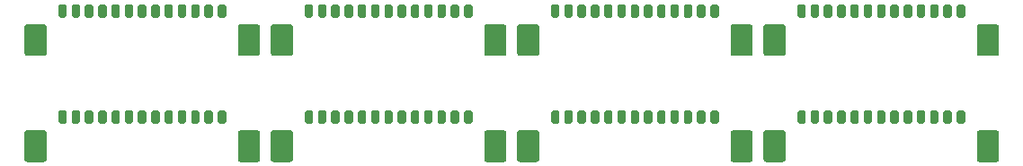
<source format=gbr>
%TF.GenerationSoftware,KiCad,Pcbnew,5.1.6-1.fc32*%
%TF.CreationDate,2020-07-10T21:29:07-03:00*%
%TF.ProjectId,pc104-adapter-bottom,70633130-342d-4616-9461-707465722d62,rev?*%
%TF.SameCoordinates,Original*%
%TF.FileFunction,Paste,Top*%
%TF.FilePolarity,Positive*%
%FSLAX46Y46*%
G04 Gerber Fmt 4.6, Leading zero omitted, Abs format (unit mm)*
G04 Created by KiCad (PCBNEW 5.1.6-1.fc32) date 2020-07-10 21:29:07*
%MOMM*%
%LPD*%
G01*
G04 APERTURE LIST*
G04 APERTURE END LIST*
%TO.C,J8*%
G36*
G01*
X180100000Y-98950000D02*
X180100000Y-96450000D01*
G75*
G02*
X180350000Y-96200000I250000J0D01*
G01*
X181950000Y-96200000D01*
G75*
G02*
X182200000Y-96450000I0J-250000D01*
G01*
X182200000Y-98950000D01*
G75*
G02*
X181950000Y-99200000I-250000J0D01*
G01*
X180350000Y-99200000D01*
G75*
G02*
X180100000Y-98950000I0J250000D01*
G01*
G37*
G36*
G01*
X160000000Y-98950000D02*
X160000000Y-96450000D01*
G75*
G02*
X160250000Y-96200000I250000J0D01*
G01*
X161850000Y-96200000D01*
G75*
G02*
X162100000Y-96450000I0J-250000D01*
G01*
X162100000Y-98950000D01*
G75*
G02*
X161850000Y-99200000I-250000J0D01*
G01*
X160250000Y-99200000D01*
G75*
G02*
X160000000Y-98950000I0J250000D01*
G01*
G37*
G36*
G01*
X178200000Y-95400000D02*
X178200000Y-94500000D01*
G75*
G02*
X178400000Y-94300000I200000J0D01*
G01*
X178800000Y-94300000D01*
G75*
G02*
X179000000Y-94500000I0J-200000D01*
G01*
X179000000Y-95400000D01*
G75*
G02*
X178800000Y-95600000I-200000J0D01*
G01*
X178400000Y-95600000D01*
G75*
G02*
X178200000Y-95400000I0J200000D01*
G01*
G37*
G36*
G01*
X176950000Y-95400000D02*
X176950000Y-94500000D01*
G75*
G02*
X177150000Y-94300000I200000J0D01*
G01*
X177550000Y-94300000D01*
G75*
G02*
X177750000Y-94500000I0J-200000D01*
G01*
X177750000Y-95400000D01*
G75*
G02*
X177550000Y-95600000I-200000J0D01*
G01*
X177150000Y-95600000D01*
G75*
G02*
X176950000Y-95400000I0J200000D01*
G01*
G37*
G36*
G01*
X175700000Y-95400000D02*
X175700000Y-94500000D01*
G75*
G02*
X175900000Y-94300000I200000J0D01*
G01*
X176300000Y-94300000D01*
G75*
G02*
X176500000Y-94500000I0J-200000D01*
G01*
X176500000Y-95400000D01*
G75*
G02*
X176300000Y-95600000I-200000J0D01*
G01*
X175900000Y-95600000D01*
G75*
G02*
X175700000Y-95400000I0J200000D01*
G01*
G37*
G36*
G01*
X174450000Y-95400000D02*
X174450000Y-94500000D01*
G75*
G02*
X174650000Y-94300000I200000J0D01*
G01*
X175050000Y-94300000D01*
G75*
G02*
X175250000Y-94500000I0J-200000D01*
G01*
X175250000Y-95400000D01*
G75*
G02*
X175050000Y-95600000I-200000J0D01*
G01*
X174650000Y-95600000D01*
G75*
G02*
X174450000Y-95400000I0J200000D01*
G01*
G37*
G36*
G01*
X173200000Y-95400000D02*
X173200000Y-94500000D01*
G75*
G02*
X173400000Y-94300000I200000J0D01*
G01*
X173800000Y-94300000D01*
G75*
G02*
X174000000Y-94500000I0J-200000D01*
G01*
X174000000Y-95400000D01*
G75*
G02*
X173800000Y-95600000I-200000J0D01*
G01*
X173400000Y-95600000D01*
G75*
G02*
X173200000Y-95400000I0J200000D01*
G01*
G37*
G36*
G01*
X171950000Y-95400000D02*
X171950000Y-94500000D01*
G75*
G02*
X172150000Y-94300000I200000J0D01*
G01*
X172550000Y-94300000D01*
G75*
G02*
X172750000Y-94500000I0J-200000D01*
G01*
X172750000Y-95400000D01*
G75*
G02*
X172550000Y-95600000I-200000J0D01*
G01*
X172150000Y-95600000D01*
G75*
G02*
X171950000Y-95400000I0J200000D01*
G01*
G37*
G36*
G01*
X170700000Y-95400000D02*
X170700000Y-94500000D01*
G75*
G02*
X170900000Y-94300000I200000J0D01*
G01*
X171300000Y-94300000D01*
G75*
G02*
X171500000Y-94500000I0J-200000D01*
G01*
X171500000Y-95400000D01*
G75*
G02*
X171300000Y-95600000I-200000J0D01*
G01*
X170900000Y-95600000D01*
G75*
G02*
X170700000Y-95400000I0J200000D01*
G01*
G37*
G36*
G01*
X169450000Y-95400000D02*
X169450000Y-94500000D01*
G75*
G02*
X169650000Y-94300000I200000J0D01*
G01*
X170050000Y-94300000D01*
G75*
G02*
X170250000Y-94500000I0J-200000D01*
G01*
X170250000Y-95400000D01*
G75*
G02*
X170050000Y-95600000I-200000J0D01*
G01*
X169650000Y-95600000D01*
G75*
G02*
X169450000Y-95400000I0J200000D01*
G01*
G37*
G36*
G01*
X168200000Y-95400000D02*
X168200000Y-94500000D01*
G75*
G02*
X168400000Y-94300000I200000J0D01*
G01*
X168800000Y-94300000D01*
G75*
G02*
X169000000Y-94500000I0J-200000D01*
G01*
X169000000Y-95400000D01*
G75*
G02*
X168800000Y-95600000I-200000J0D01*
G01*
X168400000Y-95600000D01*
G75*
G02*
X168200000Y-95400000I0J200000D01*
G01*
G37*
G36*
G01*
X166950000Y-95400000D02*
X166950000Y-94500000D01*
G75*
G02*
X167150000Y-94300000I200000J0D01*
G01*
X167550000Y-94300000D01*
G75*
G02*
X167750000Y-94500000I0J-200000D01*
G01*
X167750000Y-95400000D01*
G75*
G02*
X167550000Y-95600000I-200000J0D01*
G01*
X167150000Y-95600000D01*
G75*
G02*
X166950000Y-95400000I0J200000D01*
G01*
G37*
G36*
G01*
X165700000Y-95400000D02*
X165700000Y-94500000D01*
G75*
G02*
X165900000Y-94300000I200000J0D01*
G01*
X166300000Y-94300000D01*
G75*
G02*
X166500000Y-94500000I0J-200000D01*
G01*
X166500000Y-95400000D01*
G75*
G02*
X166300000Y-95600000I-200000J0D01*
G01*
X165900000Y-95600000D01*
G75*
G02*
X165700000Y-95400000I0J200000D01*
G01*
G37*
G36*
G01*
X164450000Y-95400000D02*
X164450000Y-94500000D01*
G75*
G02*
X164650000Y-94300000I200000J0D01*
G01*
X165050000Y-94300000D01*
G75*
G02*
X165250000Y-94500000I0J-200000D01*
G01*
X165250000Y-95400000D01*
G75*
G02*
X165050000Y-95600000I-200000J0D01*
G01*
X164650000Y-95600000D01*
G75*
G02*
X164450000Y-95400000I0J200000D01*
G01*
G37*
G36*
G01*
X163200000Y-95400000D02*
X163200000Y-94500000D01*
G75*
G02*
X163400000Y-94300000I200000J0D01*
G01*
X163800000Y-94300000D01*
G75*
G02*
X164000000Y-94500000I0J-200000D01*
G01*
X164000000Y-95400000D01*
G75*
G02*
X163800000Y-95600000I-200000J0D01*
G01*
X163400000Y-95600000D01*
G75*
G02*
X163200000Y-95400000I0J200000D01*
G01*
G37*
%TD*%
%TO.C,J7*%
G36*
G01*
X156900000Y-98950000D02*
X156900000Y-96450000D01*
G75*
G02*
X157150000Y-96200000I250000J0D01*
G01*
X158750000Y-96200000D01*
G75*
G02*
X159000000Y-96450000I0J-250000D01*
G01*
X159000000Y-98950000D01*
G75*
G02*
X158750000Y-99200000I-250000J0D01*
G01*
X157150000Y-99200000D01*
G75*
G02*
X156900000Y-98950000I0J250000D01*
G01*
G37*
G36*
G01*
X136800000Y-98950000D02*
X136800000Y-96450000D01*
G75*
G02*
X137050000Y-96200000I250000J0D01*
G01*
X138650000Y-96200000D01*
G75*
G02*
X138900000Y-96450000I0J-250000D01*
G01*
X138900000Y-98950000D01*
G75*
G02*
X138650000Y-99200000I-250000J0D01*
G01*
X137050000Y-99200000D01*
G75*
G02*
X136800000Y-98950000I0J250000D01*
G01*
G37*
G36*
G01*
X155000000Y-95400000D02*
X155000000Y-94500000D01*
G75*
G02*
X155200000Y-94300000I200000J0D01*
G01*
X155600000Y-94300000D01*
G75*
G02*
X155800000Y-94500000I0J-200000D01*
G01*
X155800000Y-95400000D01*
G75*
G02*
X155600000Y-95600000I-200000J0D01*
G01*
X155200000Y-95600000D01*
G75*
G02*
X155000000Y-95400000I0J200000D01*
G01*
G37*
G36*
G01*
X153750000Y-95400000D02*
X153750000Y-94500000D01*
G75*
G02*
X153950000Y-94300000I200000J0D01*
G01*
X154350000Y-94300000D01*
G75*
G02*
X154550000Y-94500000I0J-200000D01*
G01*
X154550000Y-95400000D01*
G75*
G02*
X154350000Y-95600000I-200000J0D01*
G01*
X153950000Y-95600000D01*
G75*
G02*
X153750000Y-95400000I0J200000D01*
G01*
G37*
G36*
G01*
X152500000Y-95400000D02*
X152500000Y-94500000D01*
G75*
G02*
X152700000Y-94300000I200000J0D01*
G01*
X153100000Y-94300000D01*
G75*
G02*
X153300000Y-94500000I0J-200000D01*
G01*
X153300000Y-95400000D01*
G75*
G02*
X153100000Y-95600000I-200000J0D01*
G01*
X152700000Y-95600000D01*
G75*
G02*
X152500000Y-95400000I0J200000D01*
G01*
G37*
G36*
G01*
X151250000Y-95400000D02*
X151250000Y-94500000D01*
G75*
G02*
X151450000Y-94300000I200000J0D01*
G01*
X151850000Y-94300000D01*
G75*
G02*
X152050000Y-94500000I0J-200000D01*
G01*
X152050000Y-95400000D01*
G75*
G02*
X151850000Y-95600000I-200000J0D01*
G01*
X151450000Y-95600000D01*
G75*
G02*
X151250000Y-95400000I0J200000D01*
G01*
G37*
G36*
G01*
X150000000Y-95400000D02*
X150000000Y-94500000D01*
G75*
G02*
X150200000Y-94300000I200000J0D01*
G01*
X150600000Y-94300000D01*
G75*
G02*
X150800000Y-94500000I0J-200000D01*
G01*
X150800000Y-95400000D01*
G75*
G02*
X150600000Y-95600000I-200000J0D01*
G01*
X150200000Y-95600000D01*
G75*
G02*
X150000000Y-95400000I0J200000D01*
G01*
G37*
G36*
G01*
X148750000Y-95400000D02*
X148750000Y-94500000D01*
G75*
G02*
X148950000Y-94300000I200000J0D01*
G01*
X149350000Y-94300000D01*
G75*
G02*
X149550000Y-94500000I0J-200000D01*
G01*
X149550000Y-95400000D01*
G75*
G02*
X149350000Y-95600000I-200000J0D01*
G01*
X148950000Y-95600000D01*
G75*
G02*
X148750000Y-95400000I0J200000D01*
G01*
G37*
G36*
G01*
X147500000Y-95400000D02*
X147500000Y-94500000D01*
G75*
G02*
X147700000Y-94300000I200000J0D01*
G01*
X148100000Y-94300000D01*
G75*
G02*
X148300000Y-94500000I0J-200000D01*
G01*
X148300000Y-95400000D01*
G75*
G02*
X148100000Y-95600000I-200000J0D01*
G01*
X147700000Y-95600000D01*
G75*
G02*
X147500000Y-95400000I0J200000D01*
G01*
G37*
G36*
G01*
X146250000Y-95400000D02*
X146250000Y-94500000D01*
G75*
G02*
X146450000Y-94300000I200000J0D01*
G01*
X146850000Y-94300000D01*
G75*
G02*
X147050000Y-94500000I0J-200000D01*
G01*
X147050000Y-95400000D01*
G75*
G02*
X146850000Y-95600000I-200000J0D01*
G01*
X146450000Y-95600000D01*
G75*
G02*
X146250000Y-95400000I0J200000D01*
G01*
G37*
G36*
G01*
X145000000Y-95400000D02*
X145000000Y-94500000D01*
G75*
G02*
X145200000Y-94300000I200000J0D01*
G01*
X145600000Y-94300000D01*
G75*
G02*
X145800000Y-94500000I0J-200000D01*
G01*
X145800000Y-95400000D01*
G75*
G02*
X145600000Y-95600000I-200000J0D01*
G01*
X145200000Y-95600000D01*
G75*
G02*
X145000000Y-95400000I0J200000D01*
G01*
G37*
G36*
G01*
X143750000Y-95400000D02*
X143750000Y-94500000D01*
G75*
G02*
X143950000Y-94300000I200000J0D01*
G01*
X144350000Y-94300000D01*
G75*
G02*
X144550000Y-94500000I0J-200000D01*
G01*
X144550000Y-95400000D01*
G75*
G02*
X144350000Y-95600000I-200000J0D01*
G01*
X143950000Y-95600000D01*
G75*
G02*
X143750000Y-95400000I0J200000D01*
G01*
G37*
G36*
G01*
X142500000Y-95400000D02*
X142500000Y-94500000D01*
G75*
G02*
X142700000Y-94300000I200000J0D01*
G01*
X143100000Y-94300000D01*
G75*
G02*
X143300000Y-94500000I0J-200000D01*
G01*
X143300000Y-95400000D01*
G75*
G02*
X143100000Y-95600000I-200000J0D01*
G01*
X142700000Y-95600000D01*
G75*
G02*
X142500000Y-95400000I0J200000D01*
G01*
G37*
G36*
G01*
X141250000Y-95400000D02*
X141250000Y-94500000D01*
G75*
G02*
X141450000Y-94300000I200000J0D01*
G01*
X141850000Y-94300000D01*
G75*
G02*
X142050000Y-94500000I0J-200000D01*
G01*
X142050000Y-95400000D01*
G75*
G02*
X141850000Y-95600000I-200000J0D01*
G01*
X141450000Y-95600000D01*
G75*
G02*
X141250000Y-95400000I0J200000D01*
G01*
G37*
G36*
G01*
X140000000Y-95400000D02*
X140000000Y-94500000D01*
G75*
G02*
X140200000Y-94300000I200000J0D01*
G01*
X140600000Y-94300000D01*
G75*
G02*
X140800000Y-94500000I0J-200000D01*
G01*
X140800000Y-95400000D01*
G75*
G02*
X140600000Y-95600000I-200000J0D01*
G01*
X140200000Y-95600000D01*
G75*
G02*
X140000000Y-95400000I0J200000D01*
G01*
G37*
%TD*%
%TO.C,J6*%
G36*
G01*
X133700000Y-98950000D02*
X133700000Y-96450000D01*
G75*
G02*
X133950000Y-96200000I250000J0D01*
G01*
X135550000Y-96200000D01*
G75*
G02*
X135800000Y-96450000I0J-250000D01*
G01*
X135800000Y-98950000D01*
G75*
G02*
X135550000Y-99200000I-250000J0D01*
G01*
X133950000Y-99200000D01*
G75*
G02*
X133700000Y-98950000I0J250000D01*
G01*
G37*
G36*
G01*
X113600000Y-98950000D02*
X113600000Y-96450000D01*
G75*
G02*
X113850000Y-96200000I250000J0D01*
G01*
X115450000Y-96200000D01*
G75*
G02*
X115700000Y-96450000I0J-250000D01*
G01*
X115700000Y-98950000D01*
G75*
G02*
X115450000Y-99200000I-250000J0D01*
G01*
X113850000Y-99200000D01*
G75*
G02*
X113600000Y-98950000I0J250000D01*
G01*
G37*
G36*
G01*
X131800000Y-95400000D02*
X131800000Y-94500000D01*
G75*
G02*
X132000000Y-94300000I200000J0D01*
G01*
X132400000Y-94300000D01*
G75*
G02*
X132600000Y-94500000I0J-200000D01*
G01*
X132600000Y-95400000D01*
G75*
G02*
X132400000Y-95600000I-200000J0D01*
G01*
X132000000Y-95600000D01*
G75*
G02*
X131800000Y-95400000I0J200000D01*
G01*
G37*
G36*
G01*
X130550000Y-95400000D02*
X130550000Y-94500000D01*
G75*
G02*
X130750000Y-94300000I200000J0D01*
G01*
X131150000Y-94300000D01*
G75*
G02*
X131350000Y-94500000I0J-200000D01*
G01*
X131350000Y-95400000D01*
G75*
G02*
X131150000Y-95600000I-200000J0D01*
G01*
X130750000Y-95600000D01*
G75*
G02*
X130550000Y-95400000I0J200000D01*
G01*
G37*
G36*
G01*
X129300000Y-95400000D02*
X129300000Y-94500000D01*
G75*
G02*
X129500000Y-94300000I200000J0D01*
G01*
X129900000Y-94300000D01*
G75*
G02*
X130100000Y-94500000I0J-200000D01*
G01*
X130100000Y-95400000D01*
G75*
G02*
X129900000Y-95600000I-200000J0D01*
G01*
X129500000Y-95600000D01*
G75*
G02*
X129300000Y-95400000I0J200000D01*
G01*
G37*
G36*
G01*
X128050000Y-95400000D02*
X128050000Y-94500000D01*
G75*
G02*
X128250000Y-94300000I200000J0D01*
G01*
X128650000Y-94300000D01*
G75*
G02*
X128850000Y-94500000I0J-200000D01*
G01*
X128850000Y-95400000D01*
G75*
G02*
X128650000Y-95600000I-200000J0D01*
G01*
X128250000Y-95600000D01*
G75*
G02*
X128050000Y-95400000I0J200000D01*
G01*
G37*
G36*
G01*
X126800000Y-95400000D02*
X126800000Y-94500000D01*
G75*
G02*
X127000000Y-94300000I200000J0D01*
G01*
X127400000Y-94300000D01*
G75*
G02*
X127600000Y-94500000I0J-200000D01*
G01*
X127600000Y-95400000D01*
G75*
G02*
X127400000Y-95600000I-200000J0D01*
G01*
X127000000Y-95600000D01*
G75*
G02*
X126800000Y-95400000I0J200000D01*
G01*
G37*
G36*
G01*
X125550000Y-95400000D02*
X125550000Y-94500000D01*
G75*
G02*
X125750000Y-94300000I200000J0D01*
G01*
X126150000Y-94300000D01*
G75*
G02*
X126350000Y-94500000I0J-200000D01*
G01*
X126350000Y-95400000D01*
G75*
G02*
X126150000Y-95600000I-200000J0D01*
G01*
X125750000Y-95600000D01*
G75*
G02*
X125550000Y-95400000I0J200000D01*
G01*
G37*
G36*
G01*
X124300000Y-95400000D02*
X124300000Y-94500000D01*
G75*
G02*
X124500000Y-94300000I200000J0D01*
G01*
X124900000Y-94300000D01*
G75*
G02*
X125100000Y-94500000I0J-200000D01*
G01*
X125100000Y-95400000D01*
G75*
G02*
X124900000Y-95600000I-200000J0D01*
G01*
X124500000Y-95600000D01*
G75*
G02*
X124300000Y-95400000I0J200000D01*
G01*
G37*
G36*
G01*
X123050000Y-95400000D02*
X123050000Y-94500000D01*
G75*
G02*
X123250000Y-94300000I200000J0D01*
G01*
X123650000Y-94300000D01*
G75*
G02*
X123850000Y-94500000I0J-200000D01*
G01*
X123850000Y-95400000D01*
G75*
G02*
X123650000Y-95600000I-200000J0D01*
G01*
X123250000Y-95600000D01*
G75*
G02*
X123050000Y-95400000I0J200000D01*
G01*
G37*
G36*
G01*
X121800000Y-95400000D02*
X121800000Y-94500000D01*
G75*
G02*
X122000000Y-94300000I200000J0D01*
G01*
X122400000Y-94300000D01*
G75*
G02*
X122600000Y-94500000I0J-200000D01*
G01*
X122600000Y-95400000D01*
G75*
G02*
X122400000Y-95600000I-200000J0D01*
G01*
X122000000Y-95600000D01*
G75*
G02*
X121800000Y-95400000I0J200000D01*
G01*
G37*
G36*
G01*
X120550000Y-95400000D02*
X120550000Y-94500000D01*
G75*
G02*
X120750000Y-94300000I200000J0D01*
G01*
X121150000Y-94300000D01*
G75*
G02*
X121350000Y-94500000I0J-200000D01*
G01*
X121350000Y-95400000D01*
G75*
G02*
X121150000Y-95600000I-200000J0D01*
G01*
X120750000Y-95600000D01*
G75*
G02*
X120550000Y-95400000I0J200000D01*
G01*
G37*
G36*
G01*
X119300000Y-95400000D02*
X119300000Y-94500000D01*
G75*
G02*
X119500000Y-94300000I200000J0D01*
G01*
X119900000Y-94300000D01*
G75*
G02*
X120100000Y-94500000I0J-200000D01*
G01*
X120100000Y-95400000D01*
G75*
G02*
X119900000Y-95600000I-200000J0D01*
G01*
X119500000Y-95600000D01*
G75*
G02*
X119300000Y-95400000I0J200000D01*
G01*
G37*
G36*
G01*
X118050000Y-95400000D02*
X118050000Y-94500000D01*
G75*
G02*
X118250000Y-94300000I200000J0D01*
G01*
X118650000Y-94300000D01*
G75*
G02*
X118850000Y-94500000I0J-200000D01*
G01*
X118850000Y-95400000D01*
G75*
G02*
X118650000Y-95600000I-200000J0D01*
G01*
X118250000Y-95600000D01*
G75*
G02*
X118050000Y-95400000I0J200000D01*
G01*
G37*
G36*
G01*
X116800000Y-95400000D02*
X116800000Y-94500000D01*
G75*
G02*
X117000000Y-94300000I200000J0D01*
G01*
X117400000Y-94300000D01*
G75*
G02*
X117600000Y-94500000I0J-200000D01*
G01*
X117600000Y-95400000D01*
G75*
G02*
X117400000Y-95600000I-200000J0D01*
G01*
X117000000Y-95600000D01*
G75*
G02*
X116800000Y-95400000I0J200000D01*
G01*
G37*
%TD*%
%TO.C,J5*%
G36*
G01*
X110500000Y-98950000D02*
X110500000Y-96450000D01*
G75*
G02*
X110750000Y-96200000I250000J0D01*
G01*
X112350000Y-96200000D01*
G75*
G02*
X112600000Y-96450000I0J-250000D01*
G01*
X112600000Y-98950000D01*
G75*
G02*
X112350000Y-99200000I-250000J0D01*
G01*
X110750000Y-99200000D01*
G75*
G02*
X110500000Y-98950000I0J250000D01*
G01*
G37*
G36*
G01*
X90400000Y-98950000D02*
X90400000Y-96450000D01*
G75*
G02*
X90650000Y-96200000I250000J0D01*
G01*
X92250000Y-96200000D01*
G75*
G02*
X92500000Y-96450000I0J-250000D01*
G01*
X92500000Y-98950000D01*
G75*
G02*
X92250000Y-99200000I-250000J0D01*
G01*
X90650000Y-99200000D01*
G75*
G02*
X90400000Y-98950000I0J250000D01*
G01*
G37*
G36*
G01*
X108600000Y-95400000D02*
X108600000Y-94500000D01*
G75*
G02*
X108800000Y-94300000I200000J0D01*
G01*
X109200000Y-94300000D01*
G75*
G02*
X109400000Y-94500000I0J-200000D01*
G01*
X109400000Y-95400000D01*
G75*
G02*
X109200000Y-95600000I-200000J0D01*
G01*
X108800000Y-95600000D01*
G75*
G02*
X108600000Y-95400000I0J200000D01*
G01*
G37*
G36*
G01*
X107350000Y-95400000D02*
X107350000Y-94500000D01*
G75*
G02*
X107550000Y-94300000I200000J0D01*
G01*
X107950000Y-94300000D01*
G75*
G02*
X108150000Y-94500000I0J-200000D01*
G01*
X108150000Y-95400000D01*
G75*
G02*
X107950000Y-95600000I-200000J0D01*
G01*
X107550000Y-95600000D01*
G75*
G02*
X107350000Y-95400000I0J200000D01*
G01*
G37*
G36*
G01*
X106100000Y-95400000D02*
X106100000Y-94500000D01*
G75*
G02*
X106300000Y-94300000I200000J0D01*
G01*
X106700000Y-94300000D01*
G75*
G02*
X106900000Y-94500000I0J-200000D01*
G01*
X106900000Y-95400000D01*
G75*
G02*
X106700000Y-95600000I-200000J0D01*
G01*
X106300000Y-95600000D01*
G75*
G02*
X106100000Y-95400000I0J200000D01*
G01*
G37*
G36*
G01*
X104850000Y-95400000D02*
X104850000Y-94500000D01*
G75*
G02*
X105050000Y-94300000I200000J0D01*
G01*
X105450000Y-94300000D01*
G75*
G02*
X105650000Y-94500000I0J-200000D01*
G01*
X105650000Y-95400000D01*
G75*
G02*
X105450000Y-95600000I-200000J0D01*
G01*
X105050000Y-95600000D01*
G75*
G02*
X104850000Y-95400000I0J200000D01*
G01*
G37*
G36*
G01*
X103600000Y-95400000D02*
X103600000Y-94500000D01*
G75*
G02*
X103800000Y-94300000I200000J0D01*
G01*
X104200000Y-94300000D01*
G75*
G02*
X104400000Y-94500000I0J-200000D01*
G01*
X104400000Y-95400000D01*
G75*
G02*
X104200000Y-95600000I-200000J0D01*
G01*
X103800000Y-95600000D01*
G75*
G02*
X103600000Y-95400000I0J200000D01*
G01*
G37*
G36*
G01*
X102350000Y-95400000D02*
X102350000Y-94500000D01*
G75*
G02*
X102550000Y-94300000I200000J0D01*
G01*
X102950000Y-94300000D01*
G75*
G02*
X103150000Y-94500000I0J-200000D01*
G01*
X103150000Y-95400000D01*
G75*
G02*
X102950000Y-95600000I-200000J0D01*
G01*
X102550000Y-95600000D01*
G75*
G02*
X102350000Y-95400000I0J200000D01*
G01*
G37*
G36*
G01*
X101100000Y-95400000D02*
X101100000Y-94500000D01*
G75*
G02*
X101300000Y-94300000I200000J0D01*
G01*
X101700000Y-94300000D01*
G75*
G02*
X101900000Y-94500000I0J-200000D01*
G01*
X101900000Y-95400000D01*
G75*
G02*
X101700000Y-95600000I-200000J0D01*
G01*
X101300000Y-95600000D01*
G75*
G02*
X101100000Y-95400000I0J200000D01*
G01*
G37*
G36*
G01*
X99850000Y-95400000D02*
X99850000Y-94500000D01*
G75*
G02*
X100050000Y-94300000I200000J0D01*
G01*
X100450000Y-94300000D01*
G75*
G02*
X100650000Y-94500000I0J-200000D01*
G01*
X100650000Y-95400000D01*
G75*
G02*
X100450000Y-95600000I-200000J0D01*
G01*
X100050000Y-95600000D01*
G75*
G02*
X99850000Y-95400000I0J200000D01*
G01*
G37*
G36*
G01*
X98600000Y-95400000D02*
X98600000Y-94500000D01*
G75*
G02*
X98800000Y-94300000I200000J0D01*
G01*
X99200000Y-94300000D01*
G75*
G02*
X99400000Y-94500000I0J-200000D01*
G01*
X99400000Y-95400000D01*
G75*
G02*
X99200000Y-95600000I-200000J0D01*
G01*
X98800000Y-95600000D01*
G75*
G02*
X98600000Y-95400000I0J200000D01*
G01*
G37*
G36*
G01*
X97350000Y-95400000D02*
X97350000Y-94500000D01*
G75*
G02*
X97550000Y-94300000I200000J0D01*
G01*
X97950000Y-94300000D01*
G75*
G02*
X98150000Y-94500000I0J-200000D01*
G01*
X98150000Y-95400000D01*
G75*
G02*
X97950000Y-95600000I-200000J0D01*
G01*
X97550000Y-95600000D01*
G75*
G02*
X97350000Y-95400000I0J200000D01*
G01*
G37*
G36*
G01*
X96100000Y-95400000D02*
X96100000Y-94500000D01*
G75*
G02*
X96300000Y-94300000I200000J0D01*
G01*
X96700000Y-94300000D01*
G75*
G02*
X96900000Y-94500000I0J-200000D01*
G01*
X96900000Y-95400000D01*
G75*
G02*
X96700000Y-95600000I-200000J0D01*
G01*
X96300000Y-95600000D01*
G75*
G02*
X96100000Y-95400000I0J200000D01*
G01*
G37*
G36*
G01*
X94850000Y-95400000D02*
X94850000Y-94500000D01*
G75*
G02*
X95050000Y-94300000I200000J0D01*
G01*
X95450000Y-94300000D01*
G75*
G02*
X95650000Y-94500000I0J-200000D01*
G01*
X95650000Y-95400000D01*
G75*
G02*
X95450000Y-95600000I-200000J0D01*
G01*
X95050000Y-95600000D01*
G75*
G02*
X94850000Y-95400000I0J200000D01*
G01*
G37*
G36*
G01*
X93600000Y-95400000D02*
X93600000Y-94500000D01*
G75*
G02*
X93800000Y-94300000I200000J0D01*
G01*
X94200000Y-94300000D01*
G75*
G02*
X94400000Y-94500000I0J-200000D01*
G01*
X94400000Y-95400000D01*
G75*
G02*
X94200000Y-95600000I-200000J0D01*
G01*
X93800000Y-95600000D01*
G75*
G02*
X93600000Y-95400000I0J200000D01*
G01*
G37*
%TD*%
%TO.C,J4*%
G36*
G01*
X180100000Y-108950000D02*
X180100000Y-106450000D01*
G75*
G02*
X180350000Y-106200000I250000J0D01*
G01*
X181950000Y-106200000D01*
G75*
G02*
X182200000Y-106450000I0J-250000D01*
G01*
X182200000Y-108950000D01*
G75*
G02*
X181950000Y-109200000I-250000J0D01*
G01*
X180350000Y-109200000D01*
G75*
G02*
X180100000Y-108950000I0J250000D01*
G01*
G37*
G36*
G01*
X160000000Y-108950000D02*
X160000000Y-106450000D01*
G75*
G02*
X160250000Y-106200000I250000J0D01*
G01*
X161850000Y-106200000D01*
G75*
G02*
X162100000Y-106450000I0J-250000D01*
G01*
X162100000Y-108950000D01*
G75*
G02*
X161850000Y-109200000I-250000J0D01*
G01*
X160250000Y-109200000D01*
G75*
G02*
X160000000Y-108950000I0J250000D01*
G01*
G37*
G36*
G01*
X178200000Y-105400000D02*
X178200000Y-104500000D01*
G75*
G02*
X178400000Y-104300000I200000J0D01*
G01*
X178800000Y-104300000D01*
G75*
G02*
X179000000Y-104500000I0J-200000D01*
G01*
X179000000Y-105400000D01*
G75*
G02*
X178800000Y-105600000I-200000J0D01*
G01*
X178400000Y-105600000D01*
G75*
G02*
X178200000Y-105400000I0J200000D01*
G01*
G37*
G36*
G01*
X176950000Y-105400000D02*
X176950000Y-104500000D01*
G75*
G02*
X177150000Y-104300000I200000J0D01*
G01*
X177550000Y-104300000D01*
G75*
G02*
X177750000Y-104500000I0J-200000D01*
G01*
X177750000Y-105400000D01*
G75*
G02*
X177550000Y-105600000I-200000J0D01*
G01*
X177150000Y-105600000D01*
G75*
G02*
X176950000Y-105400000I0J200000D01*
G01*
G37*
G36*
G01*
X175700000Y-105400000D02*
X175700000Y-104500000D01*
G75*
G02*
X175900000Y-104300000I200000J0D01*
G01*
X176300000Y-104300000D01*
G75*
G02*
X176500000Y-104500000I0J-200000D01*
G01*
X176500000Y-105400000D01*
G75*
G02*
X176300000Y-105600000I-200000J0D01*
G01*
X175900000Y-105600000D01*
G75*
G02*
X175700000Y-105400000I0J200000D01*
G01*
G37*
G36*
G01*
X174450000Y-105400000D02*
X174450000Y-104500000D01*
G75*
G02*
X174650000Y-104300000I200000J0D01*
G01*
X175050000Y-104300000D01*
G75*
G02*
X175250000Y-104500000I0J-200000D01*
G01*
X175250000Y-105400000D01*
G75*
G02*
X175050000Y-105600000I-200000J0D01*
G01*
X174650000Y-105600000D01*
G75*
G02*
X174450000Y-105400000I0J200000D01*
G01*
G37*
G36*
G01*
X173200000Y-105400000D02*
X173200000Y-104500000D01*
G75*
G02*
X173400000Y-104300000I200000J0D01*
G01*
X173800000Y-104300000D01*
G75*
G02*
X174000000Y-104500000I0J-200000D01*
G01*
X174000000Y-105400000D01*
G75*
G02*
X173800000Y-105600000I-200000J0D01*
G01*
X173400000Y-105600000D01*
G75*
G02*
X173200000Y-105400000I0J200000D01*
G01*
G37*
G36*
G01*
X171950000Y-105400000D02*
X171950000Y-104500000D01*
G75*
G02*
X172150000Y-104300000I200000J0D01*
G01*
X172550000Y-104300000D01*
G75*
G02*
X172750000Y-104500000I0J-200000D01*
G01*
X172750000Y-105400000D01*
G75*
G02*
X172550000Y-105600000I-200000J0D01*
G01*
X172150000Y-105600000D01*
G75*
G02*
X171950000Y-105400000I0J200000D01*
G01*
G37*
G36*
G01*
X170700000Y-105400000D02*
X170700000Y-104500000D01*
G75*
G02*
X170900000Y-104300000I200000J0D01*
G01*
X171300000Y-104300000D01*
G75*
G02*
X171500000Y-104500000I0J-200000D01*
G01*
X171500000Y-105400000D01*
G75*
G02*
X171300000Y-105600000I-200000J0D01*
G01*
X170900000Y-105600000D01*
G75*
G02*
X170700000Y-105400000I0J200000D01*
G01*
G37*
G36*
G01*
X169450000Y-105400000D02*
X169450000Y-104500000D01*
G75*
G02*
X169650000Y-104300000I200000J0D01*
G01*
X170050000Y-104300000D01*
G75*
G02*
X170250000Y-104500000I0J-200000D01*
G01*
X170250000Y-105400000D01*
G75*
G02*
X170050000Y-105600000I-200000J0D01*
G01*
X169650000Y-105600000D01*
G75*
G02*
X169450000Y-105400000I0J200000D01*
G01*
G37*
G36*
G01*
X168200000Y-105400000D02*
X168200000Y-104500000D01*
G75*
G02*
X168400000Y-104300000I200000J0D01*
G01*
X168800000Y-104300000D01*
G75*
G02*
X169000000Y-104500000I0J-200000D01*
G01*
X169000000Y-105400000D01*
G75*
G02*
X168800000Y-105600000I-200000J0D01*
G01*
X168400000Y-105600000D01*
G75*
G02*
X168200000Y-105400000I0J200000D01*
G01*
G37*
G36*
G01*
X166950000Y-105400000D02*
X166950000Y-104500000D01*
G75*
G02*
X167150000Y-104300000I200000J0D01*
G01*
X167550000Y-104300000D01*
G75*
G02*
X167750000Y-104500000I0J-200000D01*
G01*
X167750000Y-105400000D01*
G75*
G02*
X167550000Y-105600000I-200000J0D01*
G01*
X167150000Y-105600000D01*
G75*
G02*
X166950000Y-105400000I0J200000D01*
G01*
G37*
G36*
G01*
X165700000Y-105400000D02*
X165700000Y-104500000D01*
G75*
G02*
X165900000Y-104300000I200000J0D01*
G01*
X166300000Y-104300000D01*
G75*
G02*
X166500000Y-104500000I0J-200000D01*
G01*
X166500000Y-105400000D01*
G75*
G02*
X166300000Y-105600000I-200000J0D01*
G01*
X165900000Y-105600000D01*
G75*
G02*
X165700000Y-105400000I0J200000D01*
G01*
G37*
G36*
G01*
X164450000Y-105400000D02*
X164450000Y-104500000D01*
G75*
G02*
X164650000Y-104300000I200000J0D01*
G01*
X165050000Y-104300000D01*
G75*
G02*
X165250000Y-104500000I0J-200000D01*
G01*
X165250000Y-105400000D01*
G75*
G02*
X165050000Y-105600000I-200000J0D01*
G01*
X164650000Y-105600000D01*
G75*
G02*
X164450000Y-105400000I0J200000D01*
G01*
G37*
G36*
G01*
X163200000Y-105400000D02*
X163200000Y-104500000D01*
G75*
G02*
X163400000Y-104300000I200000J0D01*
G01*
X163800000Y-104300000D01*
G75*
G02*
X164000000Y-104500000I0J-200000D01*
G01*
X164000000Y-105400000D01*
G75*
G02*
X163800000Y-105600000I-200000J0D01*
G01*
X163400000Y-105600000D01*
G75*
G02*
X163200000Y-105400000I0J200000D01*
G01*
G37*
%TD*%
%TO.C,J3*%
G36*
G01*
X156900000Y-108950000D02*
X156900000Y-106450000D01*
G75*
G02*
X157150000Y-106200000I250000J0D01*
G01*
X158750000Y-106200000D01*
G75*
G02*
X159000000Y-106450000I0J-250000D01*
G01*
X159000000Y-108950000D01*
G75*
G02*
X158750000Y-109200000I-250000J0D01*
G01*
X157150000Y-109200000D01*
G75*
G02*
X156900000Y-108950000I0J250000D01*
G01*
G37*
G36*
G01*
X136800000Y-108950000D02*
X136800000Y-106450000D01*
G75*
G02*
X137050000Y-106200000I250000J0D01*
G01*
X138650000Y-106200000D01*
G75*
G02*
X138900000Y-106450000I0J-250000D01*
G01*
X138900000Y-108950000D01*
G75*
G02*
X138650000Y-109200000I-250000J0D01*
G01*
X137050000Y-109200000D01*
G75*
G02*
X136800000Y-108950000I0J250000D01*
G01*
G37*
G36*
G01*
X155000000Y-105400000D02*
X155000000Y-104500000D01*
G75*
G02*
X155200000Y-104300000I200000J0D01*
G01*
X155600000Y-104300000D01*
G75*
G02*
X155800000Y-104500000I0J-200000D01*
G01*
X155800000Y-105400000D01*
G75*
G02*
X155600000Y-105600000I-200000J0D01*
G01*
X155200000Y-105600000D01*
G75*
G02*
X155000000Y-105400000I0J200000D01*
G01*
G37*
G36*
G01*
X153750000Y-105400000D02*
X153750000Y-104500000D01*
G75*
G02*
X153950000Y-104300000I200000J0D01*
G01*
X154350000Y-104300000D01*
G75*
G02*
X154550000Y-104500000I0J-200000D01*
G01*
X154550000Y-105400000D01*
G75*
G02*
X154350000Y-105600000I-200000J0D01*
G01*
X153950000Y-105600000D01*
G75*
G02*
X153750000Y-105400000I0J200000D01*
G01*
G37*
G36*
G01*
X152500000Y-105400000D02*
X152500000Y-104500000D01*
G75*
G02*
X152700000Y-104300000I200000J0D01*
G01*
X153100000Y-104300000D01*
G75*
G02*
X153300000Y-104500000I0J-200000D01*
G01*
X153300000Y-105400000D01*
G75*
G02*
X153100000Y-105600000I-200000J0D01*
G01*
X152700000Y-105600000D01*
G75*
G02*
X152500000Y-105400000I0J200000D01*
G01*
G37*
G36*
G01*
X151250000Y-105400000D02*
X151250000Y-104500000D01*
G75*
G02*
X151450000Y-104300000I200000J0D01*
G01*
X151850000Y-104300000D01*
G75*
G02*
X152050000Y-104500000I0J-200000D01*
G01*
X152050000Y-105400000D01*
G75*
G02*
X151850000Y-105600000I-200000J0D01*
G01*
X151450000Y-105600000D01*
G75*
G02*
X151250000Y-105400000I0J200000D01*
G01*
G37*
G36*
G01*
X150000000Y-105400000D02*
X150000000Y-104500000D01*
G75*
G02*
X150200000Y-104300000I200000J0D01*
G01*
X150600000Y-104300000D01*
G75*
G02*
X150800000Y-104500000I0J-200000D01*
G01*
X150800000Y-105400000D01*
G75*
G02*
X150600000Y-105600000I-200000J0D01*
G01*
X150200000Y-105600000D01*
G75*
G02*
X150000000Y-105400000I0J200000D01*
G01*
G37*
G36*
G01*
X148750000Y-105400000D02*
X148750000Y-104500000D01*
G75*
G02*
X148950000Y-104300000I200000J0D01*
G01*
X149350000Y-104300000D01*
G75*
G02*
X149550000Y-104500000I0J-200000D01*
G01*
X149550000Y-105400000D01*
G75*
G02*
X149350000Y-105600000I-200000J0D01*
G01*
X148950000Y-105600000D01*
G75*
G02*
X148750000Y-105400000I0J200000D01*
G01*
G37*
G36*
G01*
X147500000Y-105400000D02*
X147500000Y-104500000D01*
G75*
G02*
X147700000Y-104300000I200000J0D01*
G01*
X148100000Y-104300000D01*
G75*
G02*
X148300000Y-104500000I0J-200000D01*
G01*
X148300000Y-105400000D01*
G75*
G02*
X148100000Y-105600000I-200000J0D01*
G01*
X147700000Y-105600000D01*
G75*
G02*
X147500000Y-105400000I0J200000D01*
G01*
G37*
G36*
G01*
X146250000Y-105400000D02*
X146250000Y-104500000D01*
G75*
G02*
X146450000Y-104300000I200000J0D01*
G01*
X146850000Y-104300000D01*
G75*
G02*
X147050000Y-104500000I0J-200000D01*
G01*
X147050000Y-105400000D01*
G75*
G02*
X146850000Y-105600000I-200000J0D01*
G01*
X146450000Y-105600000D01*
G75*
G02*
X146250000Y-105400000I0J200000D01*
G01*
G37*
G36*
G01*
X145000000Y-105400000D02*
X145000000Y-104500000D01*
G75*
G02*
X145200000Y-104300000I200000J0D01*
G01*
X145600000Y-104300000D01*
G75*
G02*
X145800000Y-104500000I0J-200000D01*
G01*
X145800000Y-105400000D01*
G75*
G02*
X145600000Y-105600000I-200000J0D01*
G01*
X145200000Y-105600000D01*
G75*
G02*
X145000000Y-105400000I0J200000D01*
G01*
G37*
G36*
G01*
X143750000Y-105400000D02*
X143750000Y-104500000D01*
G75*
G02*
X143950000Y-104300000I200000J0D01*
G01*
X144350000Y-104300000D01*
G75*
G02*
X144550000Y-104500000I0J-200000D01*
G01*
X144550000Y-105400000D01*
G75*
G02*
X144350000Y-105600000I-200000J0D01*
G01*
X143950000Y-105600000D01*
G75*
G02*
X143750000Y-105400000I0J200000D01*
G01*
G37*
G36*
G01*
X142500000Y-105400000D02*
X142500000Y-104500000D01*
G75*
G02*
X142700000Y-104300000I200000J0D01*
G01*
X143100000Y-104300000D01*
G75*
G02*
X143300000Y-104500000I0J-200000D01*
G01*
X143300000Y-105400000D01*
G75*
G02*
X143100000Y-105600000I-200000J0D01*
G01*
X142700000Y-105600000D01*
G75*
G02*
X142500000Y-105400000I0J200000D01*
G01*
G37*
G36*
G01*
X141250000Y-105400000D02*
X141250000Y-104500000D01*
G75*
G02*
X141450000Y-104300000I200000J0D01*
G01*
X141850000Y-104300000D01*
G75*
G02*
X142050000Y-104500000I0J-200000D01*
G01*
X142050000Y-105400000D01*
G75*
G02*
X141850000Y-105600000I-200000J0D01*
G01*
X141450000Y-105600000D01*
G75*
G02*
X141250000Y-105400000I0J200000D01*
G01*
G37*
G36*
G01*
X140000000Y-105400000D02*
X140000000Y-104500000D01*
G75*
G02*
X140200000Y-104300000I200000J0D01*
G01*
X140600000Y-104300000D01*
G75*
G02*
X140800000Y-104500000I0J-200000D01*
G01*
X140800000Y-105400000D01*
G75*
G02*
X140600000Y-105600000I-200000J0D01*
G01*
X140200000Y-105600000D01*
G75*
G02*
X140000000Y-105400000I0J200000D01*
G01*
G37*
%TD*%
%TO.C,J2*%
G36*
G01*
X133700000Y-108950000D02*
X133700000Y-106450000D01*
G75*
G02*
X133950000Y-106200000I250000J0D01*
G01*
X135550000Y-106200000D01*
G75*
G02*
X135800000Y-106450000I0J-250000D01*
G01*
X135800000Y-108950000D01*
G75*
G02*
X135550000Y-109200000I-250000J0D01*
G01*
X133950000Y-109200000D01*
G75*
G02*
X133700000Y-108950000I0J250000D01*
G01*
G37*
G36*
G01*
X113600000Y-108950000D02*
X113600000Y-106450000D01*
G75*
G02*
X113850000Y-106200000I250000J0D01*
G01*
X115450000Y-106200000D01*
G75*
G02*
X115700000Y-106450000I0J-250000D01*
G01*
X115700000Y-108950000D01*
G75*
G02*
X115450000Y-109200000I-250000J0D01*
G01*
X113850000Y-109200000D01*
G75*
G02*
X113600000Y-108950000I0J250000D01*
G01*
G37*
G36*
G01*
X131800000Y-105400000D02*
X131800000Y-104500000D01*
G75*
G02*
X132000000Y-104300000I200000J0D01*
G01*
X132400000Y-104300000D01*
G75*
G02*
X132600000Y-104500000I0J-200000D01*
G01*
X132600000Y-105400000D01*
G75*
G02*
X132400000Y-105600000I-200000J0D01*
G01*
X132000000Y-105600000D01*
G75*
G02*
X131800000Y-105400000I0J200000D01*
G01*
G37*
G36*
G01*
X130550000Y-105400000D02*
X130550000Y-104500000D01*
G75*
G02*
X130750000Y-104300000I200000J0D01*
G01*
X131150000Y-104300000D01*
G75*
G02*
X131350000Y-104500000I0J-200000D01*
G01*
X131350000Y-105400000D01*
G75*
G02*
X131150000Y-105600000I-200000J0D01*
G01*
X130750000Y-105600000D01*
G75*
G02*
X130550000Y-105400000I0J200000D01*
G01*
G37*
G36*
G01*
X129300000Y-105400000D02*
X129300000Y-104500000D01*
G75*
G02*
X129500000Y-104300000I200000J0D01*
G01*
X129900000Y-104300000D01*
G75*
G02*
X130100000Y-104500000I0J-200000D01*
G01*
X130100000Y-105400000D01*
G75*
G02*
X129900000Y-105600000I-200000J0D01*
G01*
X129500000Y-105600000D01*
G75*
G02*
X129300000Y-105400000I0J200000D01*
G01*
G37*
G36*
G01*
X128050000Y-105400000D02*
X128050000Y-104500000D01*
G75*
G02*
X128250000Y-104300000I200000J0D01*
G01*
X128650000Y-104300000D01*
G75*
G02*
X128850000Y-104500000I0J-200000D01*
G01*
X128850000Y-105400000D01*
G75*
G02*
X128650000Y-105600000I-200000J0D01*
G01*
X128250000Y-105600000D01*
G75*
G02*
X128050000Y-105400000I0J200000D01*
G01*
G37*
G36*
G01*
X126800000Y-105400000D02*
X126800000Y-104500000D01*
G75*
G02*
X127000000Y-104300000I200000J0D01*
G01*
X127400000Y-104300000D01*
G75*
G02*
X127600000Y-104500000I0J-200000D01*
G01*
X127600000Y-105400000D01*
G75*
G02*
X127400000Y-105600000I-200000J0D01*
G01*
X127000000Y-105600000D01*
G75*
G02*
X126800000Y-105400000I0J200000D01*
G01*
G37*
G36*
G01*
X125550000Y-105400000D02*
X125550000Y-104500000D01*
G75*
G02*
X125750000Y-104300000I200000J0D01*
G01*
X126150000Y-104300000D01*
G75*
G02*
X126350000Y-104500000I0J-200000D01*
G01*
X126350000Y-105400000D01*
G75*
G02*
X126150000Y-105600000I-200000J0D01*
G01*
X125750000Y-105600000D01*
G75*
G02*
X125550000Y-105400000I0J200000D01*
G01*
G37*
G36*
G01*
X124300000Y-105400000D02*
X124300000Y-104500000D01*
G75*
G02*
X124500000Y-104300000I200000J0D01*
G01*
X124900000Y-104300000D01*
G75*
G02*
X125100000Y-104500000I0J-200000D01*
G01*
X125100000Y-105400000D01*
G75*
G02*
X124900000Y-105600000I-200000J0D01*
G01*
X124500000Y-105600000D01*
G75*
G02*
X124300000Y-105400000I0J200000D01*
G01*
G37*
G36*
G01*
X123050000Y-105400000D02*
X123050000Y-104500000D01*
G75*
G02*
X123250000Y-104300000I200000J0D01*
G01*
X123650000Y-104300000D01*
G75*
G02*
X123850000Y-104500000I0J-200000D01*
G01*
X123850000Y-105400000D01*
G75*
G02*
X123650000Y-105600000I-200000J0D01*
G01*
X123250000Y-105600000D01*
G75*
G02*
X123050000Y-105400000I0J200000D01*
G01*
G37*
G36*
G01*
X121800000Y-105400000D02*
X121800000Y-104500000D01*
G75*
G02*
X122000000Y-104300000I200000J0D01*
G01*
X122400000Y-104300000D01*
G75*
G02*
X122600000Y-104500000I0J-200000D01*
G01*
X122600000Y-105400000D01*
G75*
G02*
X122400000Y-105600000I-200000J0D01*
G01*
X122000000Y-105600000D01*
G75*
G02*
X121800000Y-105400000I0J200000D01*
G01*
G37*
G36*
G01*
X120550000Y-105400000D02*
X120550000Y-104500000D01*
G75*
G02*
X120750000Y-104300000I200000J0D01*
G01*
X121150000Y-104300000D01*
G75*
G02*
X121350000Y-104500000I0J-200000D01*
G01*
X121350000Y-105400000D01*
G75*
G02*
X121150000Y-105600000I-200000J0D01*
G01*
X120750000Y-105600000D01*
G75*
G02*
X120550000Y-105400000I0J200000D01*
G01*
G37*
G36*
G01*
X119300000Y-105400000D02*
X119300000Y-104500000D01*
G75*
G02*
X119500000Y-104300000I200000J0D01*
G01*
X119900000Y-104300000D01*
G75*
G02*
X120100000Y-104500000I0J-200000D01*
G01*
X120100000Y-105400000D01*
G75*
G02*
X119900000Y-105600000I-200000J0D01*
G01*
X119500000Y-105600000D01*
G75*
G02*
X119300000Y-105400000I0J200000D01*
G01*
G37*
G36*
G01*
X118050000Y-105400000D02*
X118050000Y-104500000D01*
G75*
G02*
X118250000Y-104300000I200000J0D01*
G01*
X118650000Y-104300000D01*
G75*
G02*
X118850000Y-104500000I0J-200000D01*
G01*
X118850000Y-105400000D01*
G75*
G02*
X118650000Y-105600000I-200000J0D01*
G01*
X118250000Y-105600000D01*
G75*
G02*
X118050000Y-105400000I0J200000D01*
G01*
G37*
G36*
G01*
X116800000Y-105400000D02*
X116800000Y-104500000D01*
G75*
G02*
X117000000Y-104300000I200000J0D01*
G01*
X117400000Y-104300000D01*
G75*
G02*
X117600000Y-104500000I0J-200000D01*
G01*
X117600000Y-105400000D01*
G75*
G02*
X117400000Y-105600000I-200000J0D01*
G01*
X117000000Y-105600000D01*
G75*
G02*
X116800000Y-105400000I0J200000D01*
G01*
G37*
%TD*%
%TO.C,J1*%
G36*
G01*
X110500000Y-108950000D02*
X110500000Y-106450000D01*
G75*
G02*
X110750000Y-106200000I250000J0D01*
G01*
X112350000Y-106200000D01*
G75*
G02*
X112600000Y-106450000I0J-250000D01*
G01*
X112600000Y-108950000D01*
G75*
G02*
X112350000Y-109200000I-250000J0D01*
G01*
X110750000Y-109200000D01*
G75*
G02*
X110500000Y-108950000I0J250000D01*
G01*
G37*
G36*
G01*
X90400000Y-108950000D02*
X90400000Y-106450000D01*
G75*
G02*
X90650000Y-106200000I250000J0D01*
G01*
X92250000Y-106200000D01*
G75*
G02*
X92500000Y-106450000I0J-250000D01*
G01*
X92500000Y-108950000D01*
G75*
G02*
X92250000Y-109200000I-250000J0D01*
G01*
X90650000Y-109200000D01*
G75*
G02*
X90400000Y-108950000I0J250000D01*
G01*
G37*
G36*
G01*
X108600000Y-105400000D02*
X108600000Y-104500000D01*
G75*
G02*
X108800000Y-104300000I200000J0D01*
G01*
X109200000Y-104300000D01*
G75*
G02*
X109400000Y-104500000I0J-200000D01*
G01*
X109400000Y-105400000D01*
G75*
G02*
X109200000Y-105600000I-200000J0D01*
G01*
X108800000Y-105600000D01*
G75*
G02*
X108600000Y-105400000I0J200000D01*
G01*
G37*
G36*
G01*
X107350000Y-105400000D02*
X107350000Y-104500000D01*
G75*
G02*
X107550000Y-104300000I200000J0D01*
G01*
X107950000Y-104300000D01*
G75*
G02*
X108150000Y-104500000I0J-200000D01*
G01*
X108150000Y-105400000D01*
G75*
G02*
X107950000Y-105600000I-200000J0D01*
G01*
X107550000Y-105600000D01*
G75*
G02*
X107350000Y-105400000I0J200000D01*
G01*
G37*
G36*
G01*
X106100000Y-105400000D02*
X106100000Y-104500000D01*
G75*
G02*
X106300000Y-104300000I200000J0D01*
G01*
X106700000Y-104300000D01*
G75*
G02*
X106900000Y-104500000I0J-200000D01*
G01*
X106900000Y-105400000D01*
G75*
G02*
X106700000Y-105600000I-200000J0D01*
G01*
X106300000Y-105600000D01*
G75*
G02*
X106100000Y-105400000I0J200000D01*
G01*
G37*
G36*
G01*
X104850000Y-105400000D02*
X104850000Y-104500000D01*
G75*
G02*
X105050000Y-104300000I200000J0D01*
G01*
X105450000Y-104300000D01*
G75*
G02*
X105650000Y-104500000I0J-200000D01*
G01*
X105650000Y-105400000D01*
G75*
G02*
X105450000Y-105600000I-200000J0D01*
G01*
X105050000Y-105600000D01*
G75*
G02*
X104850000Y-105400000I0J200000D01*
G01*
G37*
G36*
G01*
X103600000Y-105400000D02*
X103600000Y-104500000D01*
G75*
G02*
X103800000Y-104300000I200000J0D01*
G01*
X104200000Y-104300000D01*
G75*
G02*
X104400000Y-104500000I0J-200000D01*
G01*
X104400000Y-105400000D01*
G75*
G02*
X104200000Y-105600000I-200000J0D01*
G01*
X103800000Y-105600000D01*
G75*
G02*
X103600000Y-105400000I0J200000D01*
G01*
G37*
G36*
G01*
X102350000Y-105400000D02*
X102350000Y-104500000D01*
G75*
G02*
X102550000Y-104300000I200000J0D01*
G01*
X102950000Y-104300000D01*
G75*
G02*
X103150000Y-104500000I0J-200000D01*
G01*
X103150000Y-105400000D01*
G75*
G02*
X102950000Y-105600000I-200000J0D01*
G01*
X102550000Y-105600000D01*
G75*
G02*
X102350000Y-105400000I0J200000D01*
G01*
G37*
G36*
G01*
X101100000Y-105400000D02*
X101100000Y-104500000D01*
G75*
G02*
X101300000Y-104300000I200000J0D01*
G01*
X101700000Y-104300000D01*
G75*
G02*
X101900000Y-104500000I0J-200000D01*
G01*
X101900000Y-105400000D01*
G75*
G02*
X101700000Y-105600000I-200000J0D01*
G01*
X101300000Y-105600000D01*
G75*
G02*
X101100000Y-105400000I0J200000D01*
G01*
G37*
G36*
G01*
X99850000Y-105400000D02*
X99850000Y-104500000D01*
G75*
G02*
X100050000Y-104300000I200000J0D01*
G01*
X100450000Y-104300000D01*
G75*
G02*
X100650000Y-104500000I0J-200000D01*
G01*
X100650000Y-105400000D01*
G75*
G02*
X100450000Y-105600000I-200000J0D01*
G01*
X100050000Y-105600000D01*
G75*
G02*
X99850000Y-105400000I0J200000D01*
G01*
G37*
G36*
G01*
X98600000Y-105400000D02*
X98600000Y-104500000D01*
G75*
G02*
X98800000Y-104300000I200000J0D01*
G01*
X99200000Y-104300000D01*
G75*
G02*
X99400000Y-104500000I0J-200000D01*
G01*
X99400000Y-105400000D01*
G75*
G02*
X99200000Y-105600000I-200000J0D01*
G01*
X98800000Y-105600000D01*
G75*
G02*
X98600000Y-105400000I0J200000D01*
G01*
G37*
G36*
G01*
X97350000Y-105400000D02*
X97350000Y-104500000D01*
G75*
G02*
X97550000Y-104300000I200000J0D01*
G01*
X97950000Y-104300000D01*
G75*
G02*
X98150000Y-104500000I0J-200000D01*
G01*
X98150000Y-105400000D01*
G75*
G02*
X97950000Y-105600000I-200000J0D01*
G01*
X97550000Y-105600000D01*
G75*
G02*
X97350000Y-105400000I0J200000D01*
G01*
G37*
G36*
G01*
X96100000Y-105400000D02*
X96100000Y-104500000D01*
G75*
G02*
X96300000Y-104300000I200000J0D01*
G01*
X96700000Y-104300000D01*
G75*
G02*
X96900000Y-104500000I0J-200000D01*
G01*
X96900000Y-105400000D01*
G75*
G02*
X96700000Y-105600000I-200000J0D01*
G01*
X96300000Y-105600000D01*
G75*
G02*
X96100000Y-105400000I0J200000D01*
G01*
G37*
G36*
G01*
X94850000Y-105400000D02*
X94850000Y-104500000D01*
G75*
G02*
X95050000Y-104300000I200000J0D01*
G01*
X95450000Y-104300000D01*
G75*
G02*
X95650000Y-104500000I0J-200000D01*
G01*
X95650000Y-105400000D01*
G75*
G02*
X95450000Y-105600000I-200000J0D01*
G01*
X95050000Y-105600000D01*
G75*
G02*
X94850000Y-105400000I0J200000D01*
G01*
G37*
G36*
G01*
X93600000Y-105400000D02*
X93600000Y-104500000D01*
G75*
G02*
X93800000Y-104300000I200000J0D01*
G01*
X94200000Y-104300000D01*
G75*
G02*
X94400000Y-104500000I0J-200000D01*
G01*
X94400000Y-105400000D01*
G75*
G02*
X94200000Y-105600000I-200000J0D01*
G01*
X93800000Y-105600000D01*
G75*
G02*
X93600000Y-105400000I0J200000D01*
G01*
G37*
%TD*%
M02*

</source>
